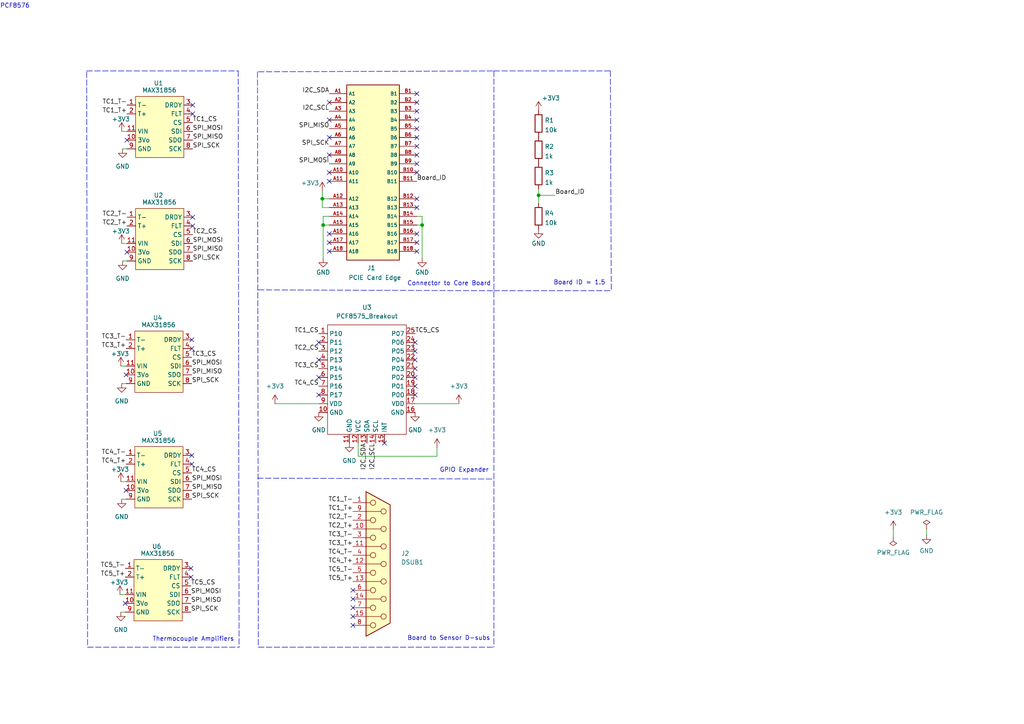
<source format=kicad_sch>
(kicad_sch (version 20211123) (generator eeschema)
  (paper "A4")
  (lib_symbols
    (symbol "Connector:DB15_Female" (pin_names (offset 1.016) hide)
      (property "Reference" "J" (at 0.508 21.59 0))
      (property "Value" "DB15_Female" (at 0 -22.225 0))
      (symbol "DB15_Female_0_1"
        (circle (center -1.778 -17.78) (radius 0.762))
        (circle (center -1.778 -12.7) (radius 0.762))
        (circle (center -1.778 -7.62) (radius 0.762))
        (circle (center -1.778 -2.54) (radius 0.762))
        (circle (center -1.778 2.54) (radius 0.762))
        (circle (center -1.778 7.62) (radius 0.762))
        (circle (center -1.778 12.7) (radius 0.762))
        (circle (center -1.778 17.78) (radius 0.762))
        (polyline (pts (xy -3.81 -17.78) (xy -2.54 -17.78)))
        (polyline (pts (xy -3.81 -15.24) (xy 0.508 -15.24)))
        (polyline (pts (xy -3.81 -12.7) (xy -2.54 -12.7)))
        (polyline (pts (xy -3.81 -10.16) (xy 0.508 -10.16)))
        (polyline (pts (xy -3.81 -7.62) (xy -2.54 -7.62)))
        (polyline (pts (xy -3.81 -5.08) (xy 0.508 -5.08)))
        (polyline (pts (xy -3.81 -2.54) (xy -2.54 -2.54)))
        (polyline (pts (xy -3.81 0) (xy 0.508 0)))
        (polyline (pts (xy -3.81 2.54) (xy -2.54 2.54)))
        (polyline (pts (xy -3.81 5.08) (xy 0.508 5.08)))
        (polyline (pts (xy -3.81 7.62) (xy -2.54 7.62)))
        (polyline (pts (xy -3.81 10.16) (xy 0.508 10.16)))
        (polyline (pts (xy -3.81 12.7) (xy -2.54 12.7)))
        (polyline (pts (xy -3.81 15.24) (xy 0.508 15.24)))
        (polyline (pts (xy -3.81 17.78) (xy -2.54 17.78)))
        (polyline (pts (xy -3.81 20.955) (xy 3.175 17.145) (xy 3.175 -17.145) (xy -3.81 -20.955) (xy -3.81 20.955)) (stroke (width 0.254)) (fill (type background)))
        (circle (center 1.27 -15.24) (radius 0.762))
        (circle (center 1.27 -10.16) (radius 0.762))
        (circle (center 1.27 -5.08) (radius 0.762))
        (circle (center 1.27 0) (radius 0.762))
        (circle (center 1.27 5.08) (radius 0.762))
        (circle (center 1.27 10.16) (radius 0.762))
        (circle (center 1.27 15.24) (radius 0.762))
      )
      (symbol "DB15_Female_1_1"
        (pin passive line (at -7.62 17.78 0) (length 3.81) (name "1") (number "1"))
        (pin passive line (at -7.62 10.16 0) (length 3.81) (name "P10") (number "10"))
        (pin passive line (at -7.62 5.08 0) (length 3.81) (name "P111") (number "11"))
        (pin passive line (at -7.62 0 0) (length 3.81) (name "P12") (number "12"))
        (pin passive line (at -7.62 -5.08 0) (length 3.81) (name "P13") (number "13"))
        (pin passive line (at -7.62 -10.16 0) (length 3.81) (name "P14") (number "14"))
        (pin passive line (at -7.62 -15.24 0) (length 3.81) (name "P15") (number "15"))
        (pin passive line (at -7.62 12.7 0) (length 3.81) (name "2") (number "2"))
        (pin passive line (at -7.62 7.62 0) (length 3.81) (name "3") (number "3"))
        (pin passive line (at -7.62 2.54 0) (length 3.81) (name "4") (number "4"))
        (pin passive line (at -7.62 -2.54 0) (length 3.81) (name "5") (number "5"))
        (pin passive line (at -7.62 -7.62 0) (length 3.81) (name "6") (number "6"))
        (pin passive line (at -7.62 -12.7 0) (length 3.81) (name "7") (number "7"))
        (pin passive line (at -7.62 -17.78 0) (length 3.81) (name "8") (number "8"))
        (pin passive line (at -7.62 15.24 0) (length 3.81) (name "P9") (number "9"))
      )
    )
    (symbol "Device:R" (pin_numbers hide) (pin_names (offset 0))
      (property "Reference" "R" (at 2.032 0 90))
      (property "Value" "R" (at 0 0 90))
      (symbol "R_0_1"
        (rectangle (start -1.016 -2.54) (end 1.016 2.54) (stroke (width 0.254)))
      )
      (symbol "R_1_1"
        (pin passive line (at 0 3.81 270) (length 1.27) (name "~") (number "1"))
        (pin passive line (at 0 -3.81 90) (length 1.27) (name "~") (number "2"))
      )
    )
    (symbol "MAX31856_Breakout:MAX31856_Breakout"
      (property "Reference" "U" (at -1.27 -6.35 0))
      (property "Value" "MAX31856_Breakout" (at 0 -8.89 0))
      (symbol "MAX31856_Breakout_0_1"
        (rectangle (start -7.62 13.97) (end 6.35 -3.81) (fill (type background)))
      )
      (symbol "MAX31856_Breakout_1_1"
        (pin input line (at -10.16 11.43 0) (length 2.54) (name "T-") (number "1"))
        (pin power_out line (at -10.16 1.27 0) (length 2.54) (name "3Vo") (number "10"))
        (pin power_in line (at -10.16 3.81 0) (length 2.54) (name "VIN") (number "11"))
        (pin input line (at -10.16 8.89 0) (length 2.54) (name "T+") (number "2"))
        (pin output line (at 8.89 11.43 180) (length 2.54) (name "DRDY") (number "3"))
        (pin output line (at 8.89 8.89 180) (length 2.54) (name "FLT") (number "4"))
        (pin input line (at 8.89 6.35 180) (length 2.54) (name "CS") (number "5"))
        (pin input line (at 8.89 3.81 180) (length 2.54) (name "SDI") (number "6"))
        (pin output line (at 8.89 1.27 180) (length 2.54) (name "SDO") (number "7"))
        (pin input line (at 8.89 -1.27 180) (length 2.54) (name "SCK") (number "8"))
        (pin power_in line (at -10.16 -1.27 0) (length 2.54) (name "GND") (number "9"))
      )
    )
    (symbol "PCF8575_Breakout:PCF8575_Breakout"
      (property "Reference" "U" (at 0 19.05 0))
      (property "Value" "PCF8575_Breakout" (at 0 16.51 0))
      (symbol "PCF8575_Breakout_0_1"
        (rectangle (start -11.43 13.97) (end 11.43 -17.78))
      )
      (symbol "PCF8575_Breakout_1_1"
        (pin bidirectional line (at -13.97 11.43 0) (length 2.54) (name "P10") (number "1"))
        (pin power_in line (at -13.97 -11.43 0) (length 2.54) (name "GND") (number "10"))
        (pin power_in line (at -5.08 -20.32 90) (length 2.54) (name "GND") (number "11"))
        (pin power_in line (at -2.54 -20.32 90) (length 2.54) (name "VCC") (number "12"))
        (pin bidirectional line (at 0 -20.32 90) (length 2.54) (name "SDA") (number "13"))
        (pin input line (at 2.54 -20.32 90) (length 2.54) (name "SCL") (number "14"))
        (pin output line (at 5.08 -20.32 90) (length 2.54) (name "INT") (number "15"))
        (pin power_in line (at 13.97 -11.43 180) (length 2.54) (name "GND") (number "16"))
        (pin power_in line (at 13.97 -8.89 180) (length 2.54) (name "VDD") (number "17"))
        (pin bidirectional line (at 13.97 -6.35 180) (length 2.54) (name "P00") (number "18"))
        (pin bidirectional line (at 13.97 -3.81 180) (length 2.54) (name "P01") (number "19"))
        (pin bidirectional line (at -13.97 8.89 0) (length 2.54) (name "P11") (number "2"))
        (pin bidirectional line (at 13.97 -1.27 180) (length 2.54) (name "P02") (number "20"))
        (pin bidirectional line (at 13.97 1.27 180) (length 2.54) (name "P03") (number "21"))
        (pin bidirectional line (at 13.97 3.81 180) (length 2.54) (name "P04") (number "22"))
        (pin bidirectional line (at 13.97 6.35 180) (length 2.54) (name "P05") (number "23"))
        (pin bidirectional line (at 13.97 8.89 180) (length 2.54) (name "P06") (number "24"))
        (pin bidirectional line (at 13.97 11.43 180) (length 2.54) (name "P07") (number "25"))
        (pin bidirectional line (at -13.97 6.35 0) (length 2.54) (name "P12") (number "3"))
        (pin bidirectional line (at -13.97 3.81 0) (length 2.54) (name "P13") (number "4"))
        (pin bidirectional line (at -13.97 1.27 0) (length 2.54) (name "P14") (number "5"))
        (pin bidirectional line (at -13.97 -1.27 0) (length 2.54) (name "P15") (number "6"))
        (pin bidirectional line (at -13.97 -3.81 0) (length 2.54) (name "P16") (number "7"))
        (pin bidirectional line (at -13.97 -6.35 0) (length 2.54) (name "P17") (number "8"))
        (pin power_in line (at -13.97 -8.89 0) (length 2.54) (name "VDD") (number "9"))
      )
    )
    (symbol "PCIE_Card_Edge:PCIE-LP-01-01-F-DV-A-TR_(card_edge)"
      (property "Reference" "J" (at 0 0 0))
      (property "Value" "PCIE-LP-01-01-F-DV-A-TR_(card_edge)" (at 0 0 0))
      (symbol "PCIE-LP-01-01-F-DV-A-TR_(card_edge)_0_0"
        (rectangle (start -6.35 3.81) (end 8.89 54.61) (stroke (width 0.254)) (fill (type background)))
        (pin passive line (at -11.43 52.07 0) (length 5.08) (name "A1") (number "A1"))
        (pin passive line (at -11.43 29.21 0) (length 5.08) (name "A10") (number "A10"))
        (pin passive line (at -11.43 26.67 0) (length 5.08) (name "A11") (number "A11"))
        (pin passive line (at -11.43 21.59 0) (length 5.08) (name "A12") (number "A12"))
        (pin passive line (at -11.43 19.05 0) (length 5.08) (name "A13") (number "A13"))
        (pin passive line (at -11.43 16.51 0) (length 5.08) (name "A14") (number "A14"))
        (pin passive line (at -11.43 13.97 0) (length 5.08) (name "A15") (number "A15"))
        (pin passive line (at -11.43 11.43 0) (length 5.08) (name "A16") (number "A16"))
        (pin passive line (at -11.43 8.89 0) (length 5.08) (name "A17") (number "A17"))
        (pin passive line (at -11.43 6.35 0) (length 5.08) (name "A18") (number "A18"))
        (pin passive line (at -11.43 49.53 0) (length 5.08) (name "A2") (number "A2"))
        (pin passive line (at -11.43 46.99 0) (length 5.08) (name "A3") (number "A3"))
        (pin passive line (at -11.43 44.45 0) (length 5.08) (name "A4") (number "A4"))
        (pin passive line (at -11.43 41.91 0) (length 5.08) (name "A5") (number "A5"))
        (pin passive line (at -11.43 39.37 0) (length 5.08) (name "A6") (number "A6"))
        (pin passive line (at -11.43 36.83 0) (length 5.08) (name "A7") (number "A7"))
        (pin passive line (at -11.43 34.29 0) (length 5.08) (name "A8") (number "A8"))
        (pin passive line (at -11.43 31.75 0) (length 5.08) (name "A9") (number "A9"))
        (pin passive line (at 13.97 52.07 180) (length 5.08) (name "B1") (number "B1"))
        (pin passive line (at 13.97 29.21 180) (length 5.08) (name "B10") (number "B10"))
        (pin passive line (at 13.97 26.67 180) (length 5.08) (name "B11") (number "B11"))
        (pin passive line (at 13.97 21.59 180) (length 5.08) (name "B12") (number "B12"))
        (pin passive line (at 13.97 19.05 180) (length 5.08) (name "B13") (number "B13"))
        (pin passive line (at 13.97 16.51 180) (length 5.08) (name "B14") (number "B14"))
        (pin passive line (at 13.97 13.97 180) (length 5.08) (name "B15") (number "B15"))
        (pin passive line (at 13.97 11.43 180) (length 5.08) (name "B16") (number "B16"))
        (pin passive line (at 13.97 8.89 180) (length 5.08) (name "B17") (number "B17"))
        (pin passive line (at 13.97 6.35 180) (length 5.08) (name "B18") (number "B18"))
        (pin passive line (at 13.97 49.53 180) (length 5.08) (name "B2") (number "B2"))
        (pin passive line (at 13.97 46.99 180) (length 5.08) (name "B3") (number "B3"))
        (pin passive line (at 13.97 44.45 180) (length 5.08) (name "B4") (number "B4"))
        (pin passive line (at 13.97 41.91 180) (length 5.08) (name "B5") (number "B5"))
        (pin passive line (at 13.97 39.37 180) (length 5.08) (name "B6") (number "B6"))
        (pin passive line (at 13.97 36.83 180) (length 5.08) (name "B7") (number "B7"))
        (pin passive line (at 13.97 34.29 180) (length 5.08) (name "B8") (number "B8"))
        (pin passive line (at 13.97 31.75 180) (length 5.08) (name "B9") (number "B9"))
      )
    )
    (symbol "power:+3.3V" (power) (pin_names (offset 0))
      (property "Value" "+3.3V" (at 0 3.556 0))
      (symbol "+3.3V_0_1"
        (polyline (pts (xy -0.762 1.27) (xy 0 2.54)))
        (polyline (pts (xy 0 0) (xy 0 2.54)))
        (polyline (pts (xy 0 2.54) (xy 0.762 1.27)))
      )
      (symbol "+3.3V_1_1"
        (pin power_in line (at 0 0 90) (length 0) hide (name "+3V3") (number "1"))
      )
    )
    (symbol "power:GND" (power) (pin_names (offset 0))
      (property "Value" "GND" (at 0 -3.81 0))
      (symbol "GND_0_1"
        (polyline (pts (xy 0 0) (xy 0 -1.27) (xy 1.27 -1.27) (xy 0 -2.54) (xy -1.27 -1.27) (xy 0 -1.27)))
      )
      (symbol "GND_1_1"
        (pin power_in line (at 0 0 270) (length 0) hide (name "GND") (number "1"))
      )
    )
    (symbol "power:PWR_FLAG" (power) (pin_numbers hide) (pin_names (offset 0) hide)
      (property "Value" "PWR_FLAG" (at 0 3.81 0))
      (symbol "PWR_FLAG_0_0"
        (pin power_out line (at 0 0 90) (length 0) (name "pwr") (number "1"))
      )
      (symbol "PWR_FLAG_0_1"
        (polyline (pts (xy 0 0) (xy 0 1.27) (xy -1.016 1.905) (xy 0 2.54) (xy 1.016 1.905) (xy 0 1.27)))
      )
    )
  )
  (junction (at 122.428 65.278))
  (junction (at 93.726 65.278))
  (junction (at 93.472 57.658))
  (junction (at 156.21 56.642))
  (no_connect (at 55.88 30.48))
  (no_connect (at 120.904 44.958))
  (no_connect (at 95.504 70.358))
  (no_connect (at 120.904 27.178))
  (no_connect (at 95.504 44.958))
  (no_connect (at 95.504 50.038))
  (no_connect (at 95.504 67.818))
  (no_connect (at 55.372 164.846))
  (no_connect (at 120.904 72.898))
  (no_connect (at 95.504 52.578))
  (no_connect (at 120.904 42.418))
  (no_connect (at 120.904 57.658))
  (no_connect (at 36.576 142.24))
  (no_connect (at 95.504 39.878))
  (no_connect (at 95.504 29.718))
  (no_connect (at 120.904 70.358))
  (no_connect (at 55.626 101.092))
  (no_connect (at 102.362 171.196))
  (no_connect (at 102.362 173.736))
  (no_connect (at 102.362 176.276))
  (no_connect (at 102.362 178.816))
  (no_connect (at 102.362 181.356))
  (no_connect (at 36.576 108.712))
  (no_connect (at 36.83 40.64))
  (no_connect (at 55.88 33.02))
  (no_connect (at 55.626 132.08))
  (no_connect (at 95.504 72.898))
  (no_connect (at 55.372 167.386))
  (no_connect (at 55.88 65.532))
  (no_connect (at 120.904 60.198))
  (no_connect (at 92.456 114.554))
  (no_connect (at 92.456 109.474))
  (no_connect (at 92.456 99.314))
  (no_connect (at 92.456 104.394))
  (no_connect (at 120.396 101.854))
  (no_connect (at 120.396 99.314))
  (no_connect (at 120.396 112.014))
  (no_connect (at 120.396 114.554))
  (no_connect (at 120.396 109.474))
  (no_connect (at 120.396 106.934))
  (no_connect (at 120.396 104.394))
  (no_connect (at 36.83 73.152))
  (no_connect (at 55.626 134.62))
  (no_connect (at 55.626 98.552))
  (no_connect (at 120.904 50.038))
  (no_connect (at 120.904 37.338))
  (no_connect (at 36.322 175.006))
  (no_connect (at 120.904 47.498))
  (no_connect (at 120.904 67.818))
  (no_connect (at 120.904 29.718))
  (no_connect (at 120.904 34.798))
  (no_connect (at 120.904 39.878))
  (no_connect (at 111.506 128.524))
  (no_connect (at 95.504 34.798))
  (no_connect (at 55.88 62.992))
  (no_connect (at 120.904 32.258))
  (wire (pts (xy 259.08 153.67) (xy 259.08 155.702)))
  (wire (pts (xy 93.726 65.278) (xy 93.726 74.93)))
  (wire (pts (xy 35.052 139.7) (xy 36.576 139.7)))
  (wire (pts (xy 93.726 65.278) (xy 95.504 65.278)))
  (wire (pts (xy 95.504 60.198) (xy 93.472 60.198)))
  (wire (pts (xy 79.756 117.094) (xy 92.456 117.094)))
  (wire (pts (xy 120.904 62.738) (xy 122.428 62.738)))
  (wire (pts (xy 156.21 56.642) (xy 161.036 56.642)))
  (polyline (pts (xy 143.256 84.328) (xy 177.038 84.328)))
  (wire (pts (xy 156.21 54.864) (xy 156.21 56.642)))
  (wire (pts (xy 156.21 56.642) (xy 156.21 58.928)))
  (wire (pts (xy 103.886 132.334) (xy 126.746 132.334)))
  (polyline (pts (xy 74.676 138.684) (xy 143.256 138.938)))
  (polyline (pts (xy 74.676 20.828) (xy 74.93 187.706)))
  (wire (pts (xy 35.56 75.692) (xy 36.83 75.692)))
  (wire (pts (xy 122.428 62.738) (xy 122.428 65.278)))
  (polyline (pts (xy 69.088 20.574) (xy 69.342 187.706)))
  (polyline (pts (xy 74.93 84.074) (xy 143.51 84.328)))
  (wire (pts (xy 95.504 57.658) (xy 93.472 57.658)))
  (polyline (pts (xy 25.4 187.706) (xy 69.342 187.706)))
  (wire (pts (xy 35.306 70.612) (xy 36.83 70.612)))
  (wire (pts (xy 122.428 65.278) (xy 122.428 74.93)))
  (polyline (pts (xy 74.93 20.828) (xy 143.256 20.574)))
  (wire (pts (xy 35.052 177.546) (xy 36.322 177.546)))
  (polyline (pts (xy 25.146 20.574) (xy 69.088 20.574)))
  (wire (pts (xy 35.56 43.18) (xy 36.83 43.18)))
  (polyline (pts (xy 143.256 20.574) (xy 143.256 187.706)))
  (polyline (pts (xy 25.146 20.828) (xy 25.4 187.706)))
  (polyline (pts (xy 74.93 187.706) (xy 143.256 187.706)))
  (wire (pts (xy 93.472 57.658) (xy 93.472 55.372)))
  (wire (pts (xy 35.052 106.172) (xy 36.576 106.172)))
  (wire (pts (xy 120.396 117.094) (xy 133.096 117.094)))
  (wire (pts (xy 268.732 153.416) (xy 268.732 155.194)))
  (wire (pts (xy 93.726 62.738) (xy 93.726 65.278)))
  (wire (pts (xy 93.472 60.198) (xy 93.472 57.658)))
  (wire (pts (xy 120.904 65.278) (xy 122.428 65.278)))
  (polyline (pts (xy 143.256 20.574) (xy 177.038 20.574)))
  (wire (pts (xy 126.746 132.334) (xy 126.746 129.794)))
  (wire (pts (xy 35.306 144.78) (xy 36.576 144.78)))
  (wire (pts (xy 35.306 38.1) (xy 36.83 38.1)))
  (wire (pts (xy 34.798 172.466) (xy 36.322 172.466)))
  (wire (pts (xy 95.504 62.738) (xy 93.726 62.738)))
  (polyline (pts (xy 177.038 20.574) (xy 177.292 84.328)))
  (wire (pts (xy 103.886 128.524) (xy 103.886 132.334)))
  (wire (pts (xy 35.306 111.252) (xy 36.576 111.252)))
  (text "Board to Sensor D-subs" (at 118.11 185.928 0) (effects (font (size 1.27 1.27)) (justify left bottom)))
  (text "PCF8576" (at 0 2.54 0) (effects (font (size 1.27 1.27)) (justify left bottom)))
  (text "Connector to Core Board" (at 118.11 83.058 0) (effects (font (size 1.27 1.27)) (justify left bottom)))
  (text "Thermocouple Amplifiers" (at 44.196 186.182 0) (effects (font (size 1.27 1.27)) (justify left bottom)))
  (text "Board ID = 1.5" (at 160.528 82.804 0) (effects (font (size 1.27 1.27)) (justify left bottom)))
  (text "GPIO Expander" (at 127.508 137.16 0) (effects (font (size 1.27 1.27)) (justify left bottom)))
  (label "Board_ID" (at 161.036 56.642 0))
  (label "TC4_T-" (at 102.362 161.036 180))
  (label "TC1_T-" (at 36.83 30.48 180))
  (label "TC1_T-" (at 102.362 145.796 180))
  (label "SPI_MISO" (at 55.626 142.24 0))
  (label "Board_ID" (at 120.904 52.578 0))
  (label "TC5_CS" (at 55.372 169.926 0))
  (label "TC4_T+" (at 102.362 163.576 180))
  (label "I2C_SCL" (at 95.504 32.258 180))
  (label "SPI_SCK" (at 95.504 42.418 180))
  (label "SPI_SCK" (at 55.88 75.692 0))
  (label "TC1_CS" (at 55.88 35.56 0))
  (label "TC3_T-" (at 36.576 98.552 180))
  (label "TC2_CS" (at 55.88 68.072 0))
  (label "TC5_T+" (at 36.322 167.386 180))
  (label "SPI_MISO" (at 55.372 175.006 0))
  (label "SPI_MOSI" (at 55.626 139.7 0))
  (label "SPI_MOSI" (at 55.88 70.612 0))
  (label "TC3_CS" (at 55.626 103.632 0))
  (label "TC1_CS" (at 92.456 96.774 180))
  (label "TC2_T-" (at 102.362 150.876 180))
  (label "SPI_SCK" (at 55.626 144.78 0))
  (label "TC4_CS" (at 55.626 137.16 0))
  (label "TC4_T-" (at 36.576 132.08 180))
  (label "SPI_MISO" (at 95.504 37.338 180))
  (label "SPI_MOSI" (at 55.626 106.172 0))
  (label "TC3_T+" (at 36.576 101.092 180))
  (label "I2C_SCL" (at 108.966 128.524 270))
  (label "TC3_T+" (at 102.362 158.496 180))
  (label "SPI_MISO" (at 55.626 108.712 0))
  (label "SPI_MOSI" (at 95.504 47.498 180))
  (label "TC5_T-" (at 102.362 166.116 180))
  (label "SPI_SCK" (at 55.626 111.252 0))
  (label "TC3_T-" (at 102.362 155.956 180))
  (label "TC5_T-" (at 36.322 164.846 180))
  (label "SPI_MISO" (at 55.88 73.152 0))
  (label "I2C_SDA" (at 95.504 27.178 180))
  (label "SPI_MISO" (at 55.88 40.64 0))
  (label "TC2_CS" (at 92.456 101.854 180))
  (label "TC2_T-" (at 36.83 62.992 180))
  (label "TC3_CS" (at 92.456 106.934 180))
  (label "TC2_T+" (at 102.362 153.416 180))
  (label "TC5_T+" (at 102.362 168.656 180))
  (label "TC4_CS" (at 92.456 112.014 180))
  (label "SPI_MOSI" (at 55.88 38.1 0))
  (label "TC4_T+" (at 36.576 134.62 180))
  (label "TC5_CS" (at 120.396 96.774 0))
  (label "I2C_SDA" (at 106.426 128.524 270))
  (label "SPI_SCK" (at 55.372 177.546 0))
  (label "TC1_T+" (at 102.362 148.336 180))
  (label "TC1_T+" (at 36.83 33.02 180))
  (label "SPI_SCK" (at 55.88 43.18 0))
  (label "SPI_MOSI" (at 55.372 172.466 0))
  (label "TC2_T+" (at 36.83 65.532 180))
  (symbol (lib_id "power:PWR_FLAG") (at 259.08 155.702 180) (unit 1)
    (property "Reference" "#FLG02" (effects hide))
    (property "Value" "PWR_FLAG" (at 259.08 160.2645 0))
  )
  (symbol (lib_id "MAX31856_Breakout:MAX31856_Breakout") (at 46.99 74.422 0) (unit 1)
    (property "Reference" "U2" (at 45.974 56.642 0))
    (property "Value" "MAX31856" (at 46.228 58.674 0))
    (property "Footprint" "MAX31856_Breakout:MAX31856_Breakout" (effects hide))
  )
  (symbol (lib_id "power:+3.3V") (at 35.306 38.1 0) (unit 1)
    (property "Reference" "#PWR02" (effects hide))
    (property "Value" "+3.3V" (at 35.052 34.544 0))
  )
  (symbol (lib_id "power:+3.3V") (at 156.21 32.004 0) (unit 1)
    (property "Reference" "#PWR01" (effects hide))
    (property "Value" "+3.3V" (at 159.766 28.448 0))
  )
  (symbol (lib_id "power:GND") (at 120.396 119.634 0) (unit 1)
    (property "Reference" "#PWR015" (effects hide))
    (property "Value" "GND" (at 120.396 124.714 0))
  )
  (symbol (lib_id "power:+3.3V") (at 35.306 70.612 0) (unit 1)
    (property "Reference" "#PWR06" (effects hide))
    (property "Value" "+3.3V" (at 35.052 67.056 0))
  )
  (symbol (lib_id "MAX31856_Breakout:MAX31856_Breakout") (at 46.99 41.91 0) (unit 1)
    (property "Reference" "U1" (at 45.974 24.13 0))
    (property "Value" "MAX31856" (at 46.228 26.162 0))
    (property "Footprint" "MAX31856_Breakout:MAX31856_Breakout" (effects hide))
  )
  (symbol (lib_id "power:GND") (at 101.346 128.524 0) (unit 1)
    (property "Reference" "#PWR016" (effects hide))
    (property "Value" "GND" (at 101.346 133.604 0))
  )
  (symbol (lib_id "Device:R") (at 156.21 35.814 0) (unit 1)
    (property "Reference" "R1" (at 157.988 34.9055 0) (effects (justify left)))
    (property "Value" "10k" (at 157.988 37.6806 0) (effects (justify left)))
    (property "Footprint" "Resistor_SMD:R_0603_1608Metric" (effects hide))
  )
  (symbol (lib_id "Device:R") (at 156.21 62.738 0) (unit 1)
    (property "Reference" "R4" (at 157.988 61.8295 0) (effects (justify left)))
    (property "Value" "10k" (at 157.988 64.6046 0) (effects (justify left)))
    (property "Footprint" "Resistor_SMD:R_0603_1608Metric" (effects hide))
  )
  (symbol (lib_id "power:+3.3V") (at 35.052 139.7 0) (unit 1)
    (property "Reference" "#PWR018" (effects hide))
    (property "Value" "+3.3V" (at 34.798 136.144 0))
  )
  (symbol (lib_id "power:GND") (at 35.052 177.546 0) (unit 1)
    (property "Reference" "#PWR023" (effects hide))
    (property "Value" "GND" (at 35.052 182.626 0))
  )
  (symbol (lib_id "Device:R") (at 156.21 51.054 0) (unit 1)
    (property "Reference" "R3" (at 157.988 50.1455 0) (effects (justify left)))
    (property "Value" "1k" (at 157.988 52.9206 0) (effects (justify left)))
    (property "Footprint" "Resistor_SMD:R_0603_1608Metric" (effects hide))
  )
  (symbol (lib_id "power:GND") (at 35.56 43.18 0) (unit 1)
    (property "Reference" "#PWR03" (effects hide))
    (property "Value" "GND" (at 35.56 48.26 0))
  )
  (symbol (lib_id "power:+3.3V") (at 259.08 153.67 0) (unit 1)
    (property "Reference" "#PWR020" (effects hide))
    (property "Value" "+3.3V" (at 259.08 148.59 0))
  )
  (symbol (lib_id "power:GND") (at 93.726 74.93 0) (unit 1)
    (property "Reference" "#PWR07" (effects hide))
    (property "Value" "GND" (at 93.726 78.994 0))
  )
  (symbol (lib_id "power:GND") (at 92.456 119.634 0) (unit 1)
    (property "Reference" "#PWR014" (effects hide))
    (property "Value" "GND" (at 92.456 124.714 0))
  )
  (symbol (lib_id "power:GND") (at 35.306 144.78 0) (unit 1)
    (property "Reference" "#PWR019" (effects hide))
    (property "Value" "GND" (at 35.306 149.86 0))
  )
  (symbol (lib_id "power:GND") (at 156.21 66.548 0) (unit 1)
    (property "Reference" "#PWR05" (effects hide))
    (property "Value" "GND" (at 156.21 70.612 0))
  )
  (symbol (lib_id "PCF8575_Breakout:PCF8575_Breakout") (at 106.426 108.204 0) (unit 1)
    (property "Reference" "U3" (at 106.426 89.154 0))
    (property "Value" "PCF8575_Breakout" (at 106.426 91.694 0))
    (property "Footprint" "PCF8575_Breakout:PCF8575_Breakout" (effects hide))
  )
  (symbol (lib_id "power:+3.3V") (at 79.756 117.094 0) (unit 1)
    (property "Reference" "#PWR012" (effects hide))
    (property "Value" "+3.3V" (at 79.756 112.014 0))
  )
  (symbol (lib_id "power:GND") (at 122.428 74.93 0) (unit 1)
    (property "Reference" "#PWR08" (effects hide))
    (property "Value" "GND" (at 122.428 78.994 0))
  )
  (symbol (lib_id "MAX31856_Breakout:MAX31856_Breakout") (at 46.736 143.51 0) (unit 1)
    (property "Reference" "U5" (at 45.72 125.73 0))
    (property "Value" "MAX31856" (at 45.974 127.762 0))
    (property "Footprint" "MAX31856_Breakout:MAX31856_Breakout" (effects hide))
  )
  (symbol (lib_id "power:GND") (at 268.732 155.194 0) (unit 1)
    (property "Reference" "#PWR021" (effects hide))
    (property "Value" "GND" (at 268.732 159.7565 0))
  )
  (symbol (lib_id "power:+3.3V") (at 35.052 106.172 0) (unit 1)
    (property "Reference" "#PWR010" (effects hide))
    (property "Value" "+3.3V" (at 34.798 102.616 0))
  )
  (symbol (lib_id "power:+3.3V") (at 34.798 172.466 0) (unit 1)
    (property "Reference" "#PWR022" (effects hide))
    (property "Value" "+3.3V" (at 34.544 168.91 0))
  )
  (symbol (lib_id "MAX31856_Breakout:MAX31856_Breakout") (at 46.482 176.276 0) (unit 1)
    (property "Reference" "U6" (at 45.466 158.496 0))
    (property "Value" "MAX31856" (at 45.72 160.528 0))
    (property "Footprint" "MAX31856_Breakout:MAX31856_Breakout" (effects hide))
  )
  (symbol (lib_id "power:GND") (at 35.306 111.252 0) (unit 1)
    (property "Reference" "#PWR011" (effects hide))
    (property "Value" "GND" (at 35.306 116.332 0))
  )
  (symbol (lib_id "power:GND") (at 35.56 75.692 0) (unit 1)
    (property "Reference" "#PWR09" (effects hide))
    (property "Value" "GND" (at 35.56 80.772 0))
  )
  (symbol (lib_id "power:+3.3V") (at 133.096 117.094 0) (unit 1)
    (property "Reference" "#PWR013" (effects hide))
    (property "Value" "+3.3V" (at 133.096 112.014 0))
  )
  (symbol (lib_id "power:PWR_FLAG") (at 268.732 153.416 0) (unit 1)
    (property "Reference" "#FLG01" (effects hide))
    (property "Value" "PWR_FLAG" (at 263.906 148.59 0) (effects (justify left)))
  )
  (symbol (lib_id "power:+3.3V") (at 93.472 55.372 0) (unit 1)
    (property "Reference" "#PWR04" (effects hide))
    (property "Value" "+3.3V" (at 89.916 53.086 0))
  )
  (symbol (lib_id "Connector:DB15_Female") (at 109.982 163.576 0) (unit 1)
    (property "Reference" "J2" (at 116.332 160.528 0) (effects (justify left)))
    (property "Value" "DSUB1" (at 116.332 163.068 0) (effects (justify left)))
    (property "Footprint" "DSUB_622-015-260-042:DSUB_622-015-260-042" (effects hide))
    (property "Datasheet" " ~" (effects hide))
  )
  (symbol (lib_id "MAX31856_Breakout:MAX31856_Breakout") (at 46.736 109.982 0) (unit 1)
    (property "Reference" "U4" (at 45.72 92.202 0))
    (property "Value" "MAX31856" (at 45.974 94.234 0))
    (property "Footprint" "MAX31856_Breakout:MAX31856_Breakout" (effects hide))
  )
  (symbol (lib_id "power:+3.3V") (at 126.746 129.794 0) (unit 1)
    (property "Reference" "#PWR017" (effects hide))
    (property "Value" "+3.3V" (at 126.746 124.714 0))
  )
  (symbol (lib_id "Device:R") (at 156.21 43.434 0) (unit 1)
    (property "Reference" "R2" (at 157.988 42.5255 0) (effects (justify left)))
    (property "Value" "1k" (at 157.988 45.3006 0) (effects (justify left)))
    (property "Footprint" "Resistor_SMD:R_0603_1608Metric" (effects hide))
  )
  (symbol (lib_id "PCIE_Card_Edge:PCIE-LP-01-01-F-DV-A-TR_(card_edge)") (at 106.934 79.248 0) (unit 1)
    (property "Reference" "J1" (at 107.696 77.724 0))
    (property "Value" "PCIE Card Edge" (at 108.712 80.518 0))
    (property "Footprint" "Connector_PCBEdge:BUS_PCIexpress_x1" (effects hide))
  )
)
</source>
